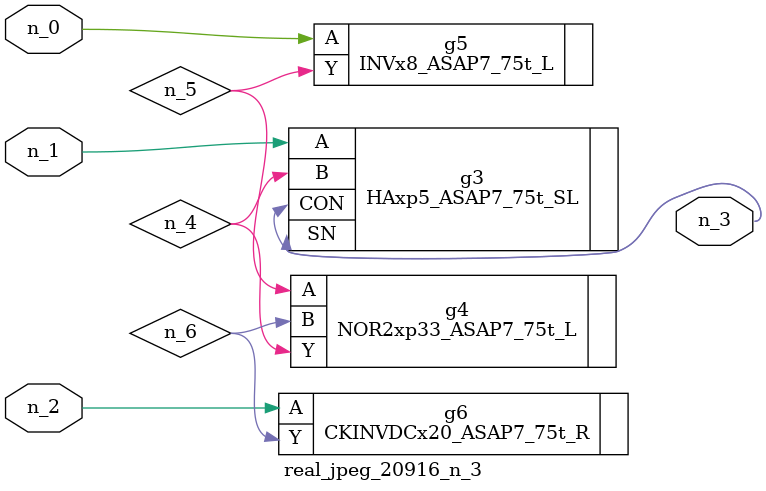
<source format=v>
module real_jpeg_20916_n_3 (n_1, n_0, n_2, n_3);

input n_1;
input n_0;
input n_2;

output n_3;

wire n_5;
wire n_4;
wire n_6;

INVx8_ASAP7_75t_L g5 ( 
.A(n_0),
.Y(n_5)
);

HAxp5_ASAP7_75t_SL g3 ( 
.A(n_1),
.B(n_4),
.CON(n_3),
.SN(n_3)
);

CKINVDCx20_ASAP7_75t_R g6 ( 
.A(n_2),
.Y(n_6)
);

NOR2xp33_ASAP7_75t_L g4 ( 
.A(n_5),
.B(n_6),
.Y(n_4)
);


endmodule
</source>
